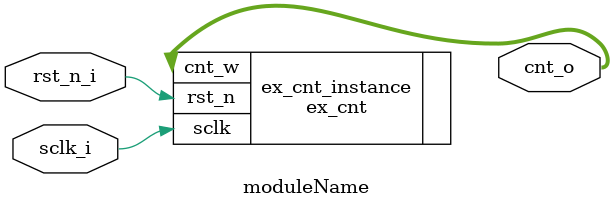
<source format=v>
module moduleName (
    input wire sclk_i,
    input wire rst_n_i,
    output wire [7:0] cnt_o
);

// 模块名，（实）例化
// (接口连接列表);
ex_cnt ex_cnt_instance(
    .sclk(sclk_i),
    .rst_n(rst_n_i),
    .cnt_w(cnt_o)
);

endmodule
</source>
